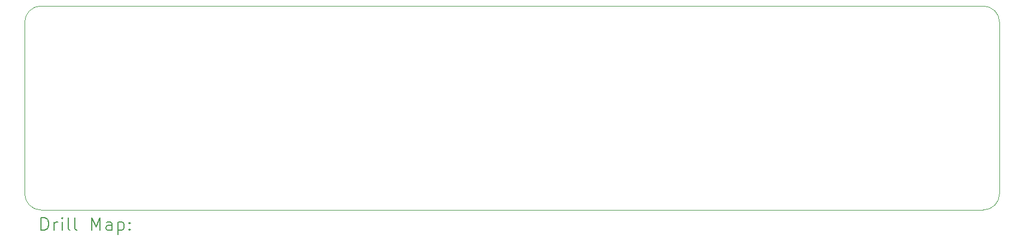
<source format=gbr>
%TF.GenerationSoftware,KiCad,Pcbnew,7.0.7*%
%TF.CreationDate,2023-09-28T15:47:24-05:00*%
%TF.ProjectId,iowa-rover-kiosk-programmer,696f7761-2d72-46f7-9665-722d6b696f73,rev?*%
%TF.SameCoordinates,Original*%
%TF.FileFunction,Drillmap*%
%TF.FilePolarity,Positive*%
%FSLAX45Y45*%
G04 Gerber Fmt 4.5, Leading zero omitted, Abs format (unit mm)*
G04 Created by KiCad (PCBNEW 7.0.7) date 2023-09-28 15:47:24*
%MOMM*%
%LPD*%
G01*
G04 APERTURE LIST*
%ADD10C,0.100000*%
%ADD11C,0.200000*%
G04 APERTURE END LIST*
D10*
X6731000Y-6731000D02*
X6731000Y-9398000D01*
X21590000Y-9652000D02*
G75*
G03*
X21844000Y-9398000I0J254000D01*
G01*
X21844000Y-9398000D02*
X21844000Y-6731000D01*
X21590000Y-6477000D02*
X6985000Y-6477000D01*
X6985000Y-6477000D02*
G75*
G03*
X6731000Y-6731000I0J-254000D01*
G01*
X21844000Y-6731000D02*
G75*
G03*
X21590000Y-6477000I-254000J0D01*
G01*
X6731000Y-9398000D02*
G75*
G03*
X6985000Y-9652000I254000J0D01*
G01*
X6985000Y-9652000D02*
X21590000Y-9652000D01*
D11*
X6986777Y-9968484D02*
X6986777Y-9768484D01*
X6986777Y-9768484D02*
X7034396Y-9768484D01*
X7034396Y-9768484D02*
X7062967Y-9778008D01*
X7062967Y-9778008D02*
X7082015Y-9797055D01*
X7082015Y-9797055D02*
X7091539Y-9816103D01*
X7091539Y-9816103D02*
X7101062Y-9854198D01*
X7101062Y-9854198D02*
X7101062Y-9882770D01*
X7101062Y-9882770D02*
X7091539Y-9920865D01*
X7091539Y-9920865D02*
X7082015Y-9939912D01*
X7082015Y-9939912D02*
X7062967Y-9958960D01*
X7062967Y-9958960D02*
X7034396Y-9968484D01*
X7034396Y-9968484D02*
X6986777Y-9968484D01*
X7186777Y-9968484D02*
X7186777Y-9835150D01*
X7186777Y-9873246D02*
X7196301Y-9854198D01*
X7196301Y-9854198D02*
X7205824Y-9844674D01*
X7205824Y-9844674D02*
X7224872Y-9835150D01*
X7224872Y-9835150D02*
X7243920Y-9835150D01*
X7310586Y-9968484D02*
X7310586Y-9835150D01*
X7310586Y-9768484D02*
X7301062Y-9778008D01*
X7301062Y-9778008D02*
X7310586Y-9787531D01*
X7310586Y-9787531D02*
X7320110Y-9778008D01*
X7320110Y-9778008D02*
X7310586Y-9768484D01*
X7310586Y-9768484D02*
X7310586Y-9787531D01*
X7434396Y-9968484D02*
X7415348Y-9958960D01*
X7415348Y-9958960D02*
X7405824Y-9939912D01*
X7405824Y-9939912D02*
X7405824Y-9768484D01*
X7539158Y-9968484D02*
X7520110Y-9958960D01*
X7520110Y-9958960D02*
X7510586Y-9939912D01*
X7510586Y-9939912D02*
X7510586Y-9768484D01*
X7767729Y-9968484D02*
X7767729Y-9768484D01*
X7767729Y-9768484D02*
X7834396Y-9911341D01*
X7834396Y-9911341D02*
X7901062Y-9768484D01*
X7901062Y-9768484D02*
X7901062Y-9968484D01*
X8082015Y-9968484D02*
X8082015Y-9863722D01*
X8082015Y-9863722D02*
X8072491Y-9844674D01*
X8072491Y-9844674D02*
X8053443Y-9835150D01*
X8053443Y-9835150D02*
X8015348Y-9835150D01*
X8015348Y-9835150D02*
X7996301Y-9844674D01*
X8082015Y-9958960D02*
X8062967Y-9968484D01*
X8062967Y-9968484D02*
X8015348Y-9968484D01*
X8015348Y-9968484D02*
X7996301Y-9958960D01*
X7996301Y-9958960D02*
X7986777Y-9939912D01*
X7986777Y-9939912D02*
X7986777Y-9920865D01*
X7986777Y-9920865D02*
X7996301Y-9901817D01*
X7996301Y-9901817D02*
X8015348Y-9892293D01*
X8015348Y-9892293D02*
X8062967Y-9892293D01*
X8062967Y-9892293D02*
X8082015Y-9882770D01*
X8177253Y-9835150D02*
X8177253Y-10035150D01*
X8177253Y-9844674D02*
X8196301Y-9835150D01*
X8196301Y-9835150D02*
X8234396Y-9835150D01*
X8234396Y-9835150D02*
X8253443Y-9844674D01*
X8253443Y-9844674D02*
X8262967Y-9854198D01*
X8262967Y-9854198D02*
X8272491Y-9873246D01*
X8272491Y-9873246D02*
X8272491Y-9930389D01*
X8272491Y-9930389D02*
X8262967Y-9949436D01*
X8262967Y-9949436D02*
X8253443Y-9958960D01*
X8253443Y-9958960D02*
X8234396Y-9968484D01*
X8234396Y-9968484D02*
X8196301Y-9968484D01*
X8196301Y-9968484D02*
X8177253Y-9958960D01*
X8358205Y-9949436D02*
X8367729Y-9958960D01*
X8367729Y-9958960D02*
X8358205Y-9968484D01*
X8358205Y-9968484D02*
X8348682Y-9958960D01*
X8348682Y-9958960D02*
X8358205Y-9949436D01*
X8358205Y-9949436D02*
X8358205Y-9968484D01*
X8358205Y-9844674D02*
X8367729Y-9854198D01*
X8367729Y-9854198D02*
X8358205Y-9863722D01*
X8358205Y-9863722D02*
X8348682Y-9854198D01*
X8348682Y-9854198D02*
X8358205Y-9844674D01*
X8358205Y-9844674D02*
X8358205Y-9863722D01*
M02*

</source>
